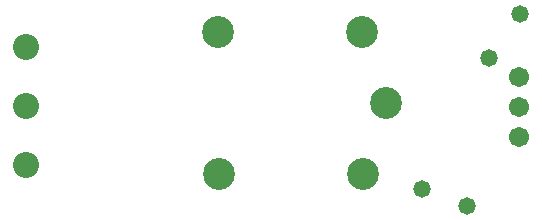
<source format=gbs>
G04*
G04 #@! TF.GenerationSoftware,Altium Limited,Altium Designer,18.0.12 (696)*
G04*
G04 Layer_Color=16711935*
%FSLAX25Y25*%
%MOIN*%
G70*
G01*
G75*
%ADD19C,0.10642*%
%ADD20C,0.06706*%
%ADD21C,0.08674*%
%ADD22C,0.05800*%
D19*
X135429Y16492D02*
D03*
X142909Y40114D02*
D03*
X87004Y63736D02*
D03*
X135035D02*
D03*
X87398Y16492D02*
D03*
D20*
X187343Y48724D02*
D03*
Y38721D02*
D03*
Y28717D02*
D03*
D21*
X22925Y19244D02*
D03*
Y38929D02*
D03*
Y58614D02*
D03*
D22*
X177165Y55118D02*
D03*
X187598Y69882D02*
D03*
X169980Y5709D02*
D03*
X154965Y11374D02*
D03*
M02*

</source>
